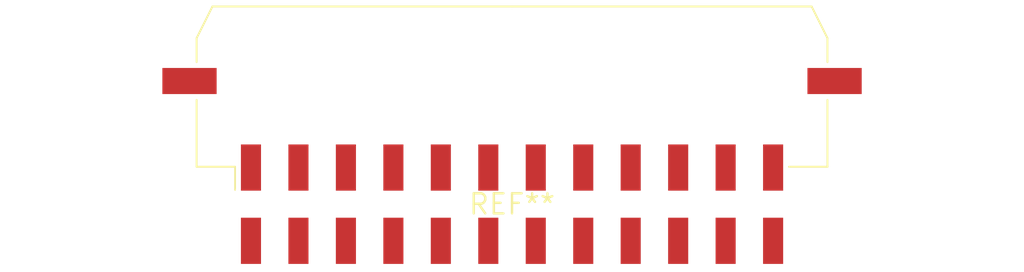
<source format=kicad_pcb>
(kicad_pcb (version 20240108) (generator pcbnew)
  (layers (0 "F.Cu" signal) (31 "B.Cu" signal) (34 "B.Paste" user) (35 "F.Paste" user) (36 "B.SilkS" user "B.Silkscreen") (37 "F.SilkS" user "F.Silkscreen") (38 "B.Mask" user) (39 "F.Mask" user) (44 "Edge.Cuts" user))
  (net 0 "")
  (footprint "Molex_Micro-Fit_3.0_43045-2410_2x12-1MP_P3.00mm_Horizontal" (layer "F.Cu") (at 0 0)
    (property "Reference" "REF**")
    (property "Value" "Molex_Micro-Fit_3.0_43045-2410_2x12-1MP_P3.00mm_Horizontal")
    (fp_line (start -19.935 -10.495) (end -19.935 -8.98) (layer "F.SilkS") (stroke (width 0.12)))
    (fp_line (start -19.935 -6.59) (end -19.935 -2.365) (layer "F.SilkS") (stroke (width 0.12)))
    (fp_line (start -19.935 -2.365) (end -17.505 -2.365) (layer "F.SilkS") (stroke (width 0.12)))
    (fp_line (start -18.935 -12.495) (end -19.935 -10.495) (layer "F.SilkS") (stroke (width 0.12)))
    (fp_line (start -17.505 -2.365) (end -17.505 -0.905) (layer "F.SilkS") (stroke (width 0.12)))
    (fp_line (start 0 -12.495) (end -18.935 -12.495) (layer "F.SilkS") (stroke (width 0.12)))
    (fp_line (start 0 -12.495) (end 18.935 -12.495) (layer "F.SilkS") (stroke (width 0.12)))
    (fp_line (start 18.935 -12.495) (end 19.935 -10.495) (layer "F.SilkS") (stroke (width 0.12)))
    (fp_line (start 19.935 -10.495) (end 19.935 -8.98) (layer "F.SilkS") (stroke (width 0.12)))
    (fp_line (start 19.935 -6.59) (end 19.935 -2.365) (layer "F.SilkS") (stroke (width 0.12)))
    (fp_line (start 19.935 -2.365) (end 17.505 -2.365) (layer "F.SilkS") (stroke (width 0.12)))
    (pad "1" smd rect (at -16.5 -2.315) (size 1.27 2.92) (layers "F.Cu" "F.Paste" "F.Mask"))
    (pad "2" smd rect (at -13.5 -2.315) (size 1.27 2.92) (layers "F.Cu" "F.Paste" "F.Mask"))
    (pad "3" smd rect (at -10.5 -2.315) (size 1.27 2.92) (layers "F.Cu" "F.Paste" "F.Mask"))
    (pad "4" smd rect (at -7.5 -2.315) (size 1.27 2.92) (layers "F.Cu" "F.Paste" "F.Mask"))
    (pad "5" smd rect (at -4.5 -2.315) (size 1.27 2.92) (layers "F.Cu" "F.Paste" "F.Mask"))
    (pad "6" smd rect (at -1.5 -2.315) (size 1.27 2.92) (layers "F.Cu" "F.Paste" "F.Mask"))
    (pad "7" smd rect (at 1.5 -2.315) (size 1.27 2.92) (layers "F.Cu" "F.Paste" "F.Mask"))
    (pad "8" smd rect (at 4.5 -2.315) (size 1.27 2.92) (layers "F.Cu" "F.Paste" "F.Mask"))
    (pad "9" smd rect (at 7.5 -2.315) (size 1.27 2.92) (layers "F.Cu" "F.Paste" "F.Mask"))
    (pad "10" smd rect (at 10.5 -2.315) (size 1.27 2.92) (layers "F.Cu" "F.Paste" "F.Mask"))
    (pad "11" smd rect (at 13.5 -2.315) (size 1.27 2.92) (layers "F.Cu" "F.Paste" "F.Mask"))
    (pad "12" smd rect (at 16.5 -2.315) (size 1.27 2.92) (layers "F.Cu" "F.Paste" "F.Mask"))
    (pad "13" smd rect (at -16.5 2.315) (size 1.27 2.92) (layers "F.Cu" "F.Paste" "F.Mask"))
    (pad "14" smd rect (at -13.5 2.315) (size 1.27 2.92) (layers "F.Cu" "F.Paste" "F.Mask"))
    (pad "15" smd rect (at -10.5 2.315) (size 1.27 2.92) (layers "F.Cu" "F.Paste" "F.Mask"))
    (pad "16" smd rect (at -7.5 2.315) (size 1.27 2.92) (layers "F.Cu" "F.Paste" "F.Mask"))
    (pad "17" smd rect (at -4.5 2.315) (size 1.27 2.92) (layers "F.Cu" "F.Paste" "F.Mask"))
    (pad "18" smd rect (at -1.5 2.315) (size 1.27 2.92) (layers "F.Cu" "F.Paste" "F.Mask"))
    (pad "19" smd rect (at 1.5 2.315) (size 1.27 2.92) (layers "F.Cu" "F.Paste" "F.Mask"))
    (pad "20" smd rect (at 4.5 2.315) (size 1.27 2.92) (layers "F.Cu" "F.Paste" "F.Mask"))
    (pad "21" smd rect (at 7.5 2.315) (size 1.27 2.92) (layers "F.Cu" "F.Paste" "F.Mask"))
    (pad "22" smd rect (at 10.5 2.315) (size 1.27 2.92) (layers "F.Cu" "F.Paste" "F.Mask"))
    (pad "23" smd rect (at 13.5 2.315) (size 1.27 2.92) (layers "F.Cu" "F.Paste" "F.Mask"))
    (pad "24" smd rect (at 16.5 2.315) (size 1.27 2.92) (layers "F.Cu" "F.Paste" "F.Mask"))
    (pad "MP" smd rect (at -20.385 -7.785) (size 3.43 1.65) (layers "F.Cu" "F.Paste" "F.Mask"))
    (pad "MP" smd rect (at 20.385 -7.785) (size 3.43 1.65) (layers "F.Cu" "F.Paste" "F.Mask"))
  )
)
</source>
